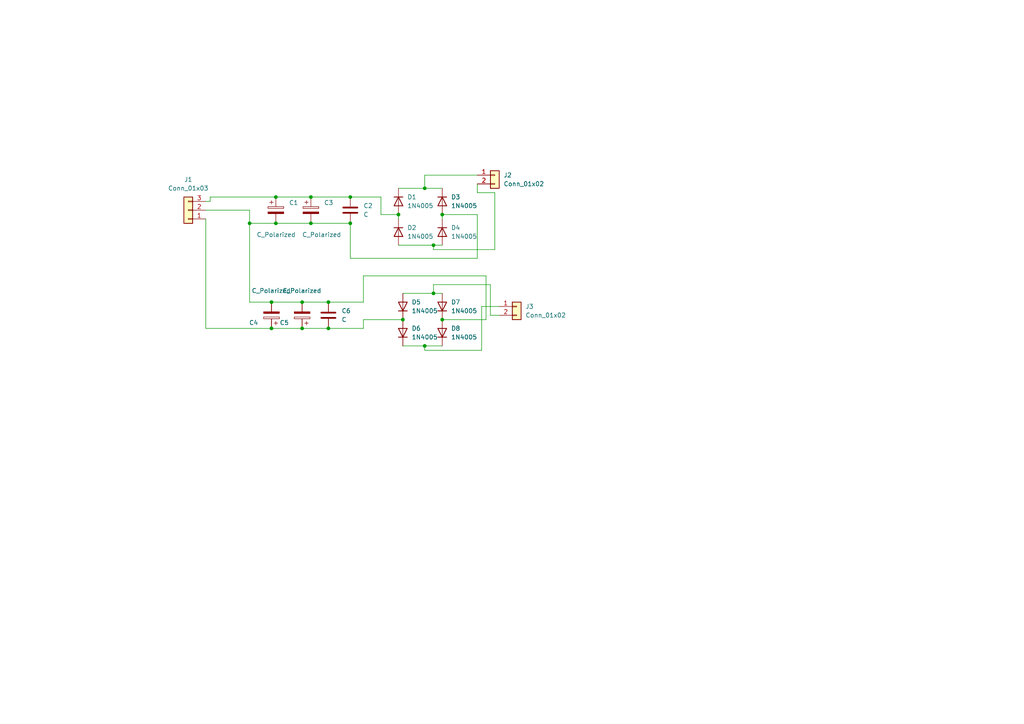
<source format=kicad_sch>
(kicad_sch (version 20231120) (generator "eeschema") (generator_version "8.0")
  (paper "A4")
  (lib_symbols
    (symbol "Connector_Generic:Conn_01x02" (pin_names (offset 1.016) hide)
      (property "Reference" "J" (at 0 2.54 0))
      (property "Value" "Conn_01x02" (at 0 -5.08 0))
      (symbol "Conn_01x02_1_1"
        (rectangle (start -1.27 -2.413) (end 0 -2.667) (stroke (width 0.1524)))
        (rectangle (start -1.27 0.127) (end 0 -0.127) (stroke (width 0.1524)))
        (rectangle (start -1.27 1.27) (end 1.27 -3.81) (stroke (width 0.254)) (fill (type background)))
        (pin passive line (at -5.08 0 0) (length 3.81) (name "Pin_1") (number "1"))
        (pin passive line (at -5.08 -2.54 0) (length 3.81) (name "Pin_2") (number "2"))
      )
    )
    (symbol "Connector_Generic:Conn_01x03" (pin_names (offset 1.016) hide)
      (property "Reference" "J" (at 0 5.08 0))
      (property "Value" "Conn_01x03" (at 0 -5.08 0))
      (symbol "Conn_01x03_1_1"
        (rectangle (start -1.27 -2.413) (end 0 -2.667) (stroke (width 0.1524)))
        (rectangle (start -1.27 0.127) (end 0 -0.127) (stroke (width 0.1524)))
        (rectangle (start -1.27 2.667) (end 0 2.413) (stroke (width 0.1524)))
        (rectangle (start -1.27 3.81) (end 1.27 -3.81) (stroke (width 0.254)) (fill (type background)))
        (pin passive line (at -5.08 2.54 0) (length 3.81) (name "Pin_1") (number "1"))
        (pin passive line (at -5.08 0 0) (length 3.81) (name "Pin_2") (number "2"))
        (pin passive line (at -5.08 -2.54 0) (length 3.81) (name "Pin_3") (number "3"))
      )
    )
    (symbol "Device:C" (pin_numbers hide) (pin_names (offset 0.254))
      (property "Reference" "C" (at 0.635 2.54 0))
      (property "Value" "C" (at 0.635 -2.54 0))
      (symbol "C_0_1"
        (polyline (pts (xy -2.032 -0.762) (xy 2.032 -0.762)) (stroke (width 0.508)))
        (polyline (pts (xy -2.032 0.762) (xy 2.032 0.762)) (stroke (width 0.508)))
      )
      (symbol "C_1_1"
        (pin passive line (at 0 3.81 270) (length 2.794) (name "~") (number "1"))
        (pin passive line (at 0 -3.81 90) (length 2.794) (name "~") (number "2"))
      )
    )
    (symbol "Device:C_Polarized" (pin_numbers hide) (pin_names (offset 0.254))
      (property "Reference" "C" (at 0.635 2.54 0))
      (property "Value" "C_Polarized" (at 0.635 -2.54 0))
      (symbol "C_Polarized_0_1"
        (rectangle (start -2.286 0.508) (end 2.286 1.016))
        (polyline (pts (xy -1.778 2.286) (xy -0.762 2.286)))
        (polyline (pts (xy -1.27 2.794) (xy -1.27 1.778)))
        (rectangle (start 2.286 -0.508) (end -2.286 -1.016) (fill (type outline)))
      )
      (symbol "C_Polarized_1_1"
        (pin passive line (at 0 3.81 270) (length 2.794) (name "~") (number "1"))
        (pin passive line (at 0 -3.81 90) (length 2.794) (name "~") (number "2"))
      )
    )
    (symbol "Diode:1N4005" (pin_numbers hide) (pin_names hide)
      (property "Reference" "D" (at 0 2.54 0))
      (property "Value" "1N4005" (at 0 -2.54 0))
      (symbol "1N4005_0_1"
        (polyline (pts (xy -1.27 1.27) (xy -1.27 -1.27)) (stroke (width 0.254)))
        (polyline (pts (xy 1.27 0) (xy -1.27 0)))
        (polyline (pts (xy 1.27 1.27) (xy 1.27 -1.27) (xy -1.27 0) (xy 1.27 1.27)) (stroke (width 0.254)))
      )
      (symbol "1N4005_1_1"
        (pin passive line (at -3.81 0 0) (length 2.54) (name "K") (number "1"))
        (pin passive line (at 3.81 0 180) (length 2.54) (name "A") (number "2"))
      )
    )
  )
  (junction (at 72.39 64.77))
  (junction (at 87.63 95.25))
  (junction (at 95.25 87.63))
  (junction (at 115.57 62.23))
  (junction (at 95.25 95.25))
  (junction (at 101.6 57.15))
  (junction (at 80.01 57.15))
  (junction (at 90.17 57.15))
  (junction (at 78.74 95.25))
  (junction (at 125.73 85.09))
  (junction (at 128.27 92.71))
  (junction (at 123.19 54.61))
  (junction (at 128.27 62.23))
  (junction (at 78.74 87.63))
  (junction (at 80.01 64.77))
  (junction (at 116.84 92.71))
  (junction (at 90.17 64.77))
  (junction (at 123.19 100.33))
  (junction (at 87.63 87.63))
  (junction (at 125.73 71.12))
  (junction (at 101.6 64.77))
  (wire (pts (xy 144.78 88.9) (xy 139.7 88.9)))
  (wire (pts (xy 72.39 64.77) (xy 80.01 64.77)))
  (wire (pts (xy 115.57 62.23) (xy 115.57 63.5)))
  (wire (pts (xy 101.6 64.77) (xy 101.6 74.93)))
  (wire (pts (xy 80.01 64.77) (xy 90.17 64.77)))
  (wire (pts (xy 142.24 82.55) (xy 142.24 91.44)))
  (wire (pts (xy 72.39 87.63) (xy 72.39 64.77)))
  (wire (pts (xy 90.17 57.15) (xy 101.6 57.15)))
  (wire (pts (xy 138.43 55.88) (xy 143.51 55.88)))
  (wire (pts (xy 125.73 71.12) (xy 128.27 71.12)))
  (wire (pts (xy 59.69 95.25) (xy 59.69 63.5)))
  (wire (pts (xy 128.27 62.23) (xy 128.27 63.5)))
  (wire (pts (xy 110.49 62.23) (xy 115.57 62.23)))
  (wire (pts (xy 143.51 72.39) (xy 125.73 72.39)))
  (wire (pts (xy 140.97 80.01) (xy 140.97 92.71)))
  (wire (pts (xy 105.41 95.25) (xy 95.25 95.25)))
  (wire (pts (xy 72.39 60.96) (xy 72.39 64.77)))
  (wire (pts (xy 123.19 50.8) (xy 138.43 50.8)))
  (wire (pts (xy 87.63 87.63) (xy 95.25 87.63)))
  (wire (pts (xy 90.17 64.77) (xy 101.6 64.77)))
  (wire (pts (xy 105.41 92.71) (xy 105.41 95.25)))
  (wire (pts (xy 95.25 87.63) (xy 105.41 87.63)))
  (wire (pts (xy 138.43 53.34) (xy 138.43 55.88)))
  (wire (pts (xy 116.84 92.71) (xy 105.41 92.71)))
  (wire (pts (xy 87.63 95.25) (xy 95.25 95.25)))
  (wire (pts (xy 105.41 80.01) (xy 140.97 80.01)))
  (wire (pts (xy 110.49 57.15) (xy 110.49 62.23)))
  (wire (pts (xy 60.96 57.15) (xy 80.01 57.15)))
  (wire (pts (xy 123.19 100.33) (xy 128.27 100.33)))
  (wire (pts (xy 116.84 100.33) (xy 123.19 100.33)))
  (wire (pts (xy 140.97 92.71) (xy 128.27 92.71)))
  (wire (pts (xy 139.7 101.6) (xy 123.19 101.6)))
  (wire (pts (xy 101.6 57.15) (xy 110.49 57.15)))
  (wire (pts (xy 59.69 60.96) (xy 72.39 60.96)))
  (wire (pts (xy 139.7 88.9) (xy 139.7 101.6)))
  (wire (pts (xy 123.19 50.8) (xy 123.19 54.61)))
  (wire (pts (xy 80.01 57.15) (xy 90.17 57.15)))
  (wire (pts (xy 101.6 74.93) (xy 138.43 74.93)))
  (wire (pts (xy 78.74 95.25) (xy 87.63 95.25)))
  (wire (pts (xy 115.57 71.12) (xy 125.73 71.12)))
  (wire (pts (xy 105.41 87.63) (xy 105.41 80.01)))
  (wire (pts (xy 142.24 82.55) (xy 125.73 82.55)))
  (wire (pts (xy 143.51 55.88) (xy 143.51 72.39)))
  (wire (pts (xy 59.69 58.42) (xy 60.96 58.42)))
  (wire (pts (xy 123.19 54.61) (xy 128.27 54.61)))
  (wire (pts (xy 78.74 87.63) (xy 87.63 87.63)))
  (wire (pts (xy 144.78 91.44) (xy 142.24 91.44)))
  (wire (pts (xy 78.74 95.25) (xy 59.69 95.25)))
  (wire (pts (xy 116.84 85.09) (xy 125.73 85.09)))
  (wire (pts (xy 78.74 87.63) (xy 72.39 87.63)))
  (wire (pts (xy 138.43 62.23) (xy 128.27 62.23)))
  (wire (pts (xy 125.73 72.39) (xy 125.73 71.12)))
  (wire (pts (xy 115.57 54.61) (xy 123.19 54.61)))
  (wire (pts (xy 125.73 85.09) (xy 128.27 85.09)))
  (wire (pts (xy 125.73 82.55) (xy 125.73 85.09)))
  (wire (pts (xy 123.19 101.6) (xy 123.19 100.33)))
  (wire (pts (xy 138.43 74.93) (xy 138.43 62.23)))
  (wire (pts (xy 60.96 58.42) (xy 60.96 57.15)))
  (symbol (lib_id "Diode:1N4005") (at 116.84 96.52 90) (unit 1)
    (property "Reference" "D6" (at 119.38 95.2499 90) (effects (justify right)))
    (property "Value" "1N4005" (at 119.38 97.7899 90) (effects (justify right)))
    (property "Footprint" "Diode_THT:D_DO-41_SOD81_P10.16mm_Horizontal" (effects (hide yes)))
    (property "Datasheet" "http://www.vishay.com/docs/88503/1n4001.pdf" (effects (hide yes)))
    (property "Description" "600V 1A General Purpose Rectifier Diode, DO-41" (effects (hide yes)))
    (property "Sim.Device" "D" (effects (hide yes)))
    (property "Sim.Pins" "1=K 2=A" (effects (hide yes)))
  )
  (symbol (lib_id "Device:C") (at 95.25 91.44 0) (unit 1)
    (property "Reference" "C6" (at 99.06 90.1699 0) (effects (justify left)))
    (property "Value" "C" (at 99.06 92.7099 0) (effects (justify left)))
    (property "Description" "Unpolarized capacitor" (effects (hide yes)))
  )
  (symbol (lib_id "Diode:1N4005") (at 128.27 58.42 270) (unit 1)
    (property "Reference" "D3" (at 130.81 57.1499 90) (effects (justify left)))
    (property "Value" "1N4005" (at 130.81 59.6899 90) (effects (justify left)))
    (property "Footprint" "Diode_THT:D_DO-41_SOD81_P10.16mm_Horizontal" (effects (hide yes)))
    (property "Datasheet" "http://www.vishay.com/docs/88503/1n4001.pdf" (effects (hide yes)))
    (property "Description" "600V 1A General Purpose Rectifier Diode, DO-41" (effects (hide yes)))
    (property "Sim.Device" "D" (effects (hide yes)))
    (property "Sim.Pins" "1=K 2=A" (effects (hide yes)))
  )
  (symbol (lib_id "Diode:1N4005") (at 115.57 67.31 270) (unit 1)
    (property "Reference" "D2" (at 118.11 66.0399 90) (effects (justify left)))
    (property "Value" "1N4005" (at 118.11 68.5799 90) (effects (justify left)))
    (property "Footprint" "Diode_THT:D_DO-41_SOD81_P10.16mm_Horizontal" (effects (hide yes)))
    (property "Datasheet" "http://www.vishay.com/docs/88503/1n4001.pdf" (effects (hide yes)))
    (property "Description" "600V 1A General Purpose Rectifier Diode, DO-41" (effects (hide yes)))
    (property "Sim.Device" "D" (effects (hide yes)))
    (property "Sim.Pins" "1=K 2=A" (effects (hide yes)))
  )
  (symbol (lib_id "Device:C_Polarized") (at 90.17 60.96 0) (unit 1)
    (property "Reference" "C3" (at 93.98 58.8009 0) (effects (justify left)))
    (property "Value" "C_Polarized" (at 87.63 68.072 0) (effects (justify left)))
    (property "Description" "Polarized capacitor" (effects (hide yes)))
  )
  (symbol (lib_id "Device:C_Polarized") (at 78.74 91.44 180) (unit 1)
    (property "Reference" "C4" (at 74.93 93.5991 0) (effects (justify left)))
    (property "Value" "C_Polarized" (at 84.328 84.328 0) (effects (justify left)))
    (property "Description" "Polarized capacitor" (effects (hide yes)))
  )
  (symbol (lib_id "Diode:1N4005") (at 116.84 88.9 90) (unit 1)
    (property "Reference" "D5" (at 119.38 87.6299 90) (effects (justify right)))
    (property "Value" "1N4005" (at 119.38 90.1699 90) (effects (justify right)))
    (property "Footprint" "Diode_THT:D_DO-41_SOD81_P10.16mm_Horizontal" (effects (hide yes)))
    (property "Datasheet" "http://www.vishay.com/docs/88503/1n4001.pdf" (effects (hide yes)))
    (property "Description" "600V 1A General Purpose Rectifier Diode, DO-41" (effects (hide yes)))
    (property "Sim.Device" "D" (effects (hide yes)))
    (property "Sim.Pins" "1=K 2=A" (effects (hide yes)))
  )
  (symbol (lib_id "Device:C_Polarized") (at 80.01 60.96 0) (unit 1)
    (property "Reference" "C1" (at 83.82 58.8009 0) (effects (justify left)))
    (property "Value" "C_Polarized" (at 74.422 68.072 0) (effects (justify left)))
    (property "Description" "Polarized capacitor" (effects (hide yes)))
  )
  (symbol (lib_id "Connector_Generic:Conn_01x03") (at 54.61 60.96 180) (unit 1)
    (property "Reference" "J1" (at 54.61 52.07 0))
    (property "Value" "Conn_01x03" (at 54.61 54.61 0))
    (property "Description" "Generic connector, single row, 01x03, script generated (kicad-library-utils/schlib/autogen/connector/)" (effects (hide yes)))
  )
  (symbol (lib_id "Device:C_Polarized") (at 87.63 91.44 180) (unit 1)
    (property "Reference" "C5" (at 83.82 93.5991 0) (effects (justify left)))
    (property "Value" "C_Polarized" (at 93.218 84.328 0) (effects (justify left)))
    (property "Description" "Polarized capacitor" (effects (hide yes)))
  )
  (symbol (lib_id "Diode:1N4005") (at 128.27 88.9 90) (unit 1)
    (property "Reference" "D7" (at 130.81 87.6299 90) (effects (justify right)))
    (property "Value" "1N4005" (at 130.81 90.1699 90) (effects (justify right)))
    (property "Footprint" "Diode_THT:D_DO-41_SOD81_P10.16mm_Horizontal" (effects (hide yes)))
    (property "Datasheet" "http://www.vishay.com/docs/88503/1n4001.pdf" (effects (hide yes)))
    (property "Description" "600V 1A General Purpose Rectifier Diode, DO-41" (effects (hide yes)))
    (property "Sim.Device" "D" (effects (hide yes)))
    (property "Sim.Pins" "1=K 2=A" (effects (hide yes)))
  )
  (symbol (lib_id "Diode:1N4005") (at 128.27 67.31 270) (unit 1)
    (property "Reference" "D4" (at 130.81 66.0399 90) (effects (justify left)))
    (property "Value" "1N4005" (at 130.81 68.5799 90) (effects (justify left)))
    (property "Footprint" "Diode_THT:D_DO-41_SOD81_P10.16mm_Horizontal" (effects (hide yes)))
    (property "Datasheet" "http://www.vishay.com/docs/88503/1n4001.pdf" (effects (hide yes)))
    (property "Description" "600V 1A General Purpose Rectifier Diode, DO-41" (effects (hide yes)))
    (property "Sim.Device" "D" (effects (hide yes)))
    (property "Sim.Pins" "1=K 2=A" (effects (hide yes)))
  )
  (symbol (lib_id "Connector_Generic:Conn_01x02") (at 143.51 50.8 0) (unit 1)
    (property "Reference" "J2" (at 146.05 50.7999 0) (effects (justify left)))
    (property "Value" "Conn_01x02" (at 146.05 53.3399 0) (effects (justify left)))
    (property "Description" "Generic connector, single row, 01x02, script generated (kicad-library-utils/schlib/autogen/connector/)" (effects (hide yes)))
  )
  (symbol (lib_id "Diode:1N4005") (at 128.27 96.52 90) (unit 1)
    (property "Reference" "D8" (at 130.81 95.2499 90) (effects (justify right)))
    (property "Value" "1N4005" (at 130.81 97.7899 90) (effects (justify right)))
    (property "Footprint" "Diode_THT:D_DO-41_SOD81_P10.16mm_Horizontal" (effects (hide yes)))
    (property "Datasheet" "http://www.vishay.com/docs/88503/1n4001.pdf" (effects (hide yes)))
    (property "Description" "600V 1A General Purpose Rectifier Diode, DO-41" (effects (hide yes)))
    (property "Sim.Device" "D" (effects (hide yes)))
    (property "Sim.Pins" "1=K 2=A" (effects (hide yes)))
  )
  (symbol (lib_id "Connector_Generic:Conn_01x02") (at 149.86 88.9 0) (unit 1)
    (property "Reference" "J3" (at 152.4 88.8999 0) (effects (justify left)))
    (property "Value" "Conn_01x02" (at 152.4 91.4399 0) (effects (justify left)))
    (property "Description" "Generic connector, single row, 01x02, script generated (kicad-library-utils/schlib/autogen/connector/)" (effects (hide yes)))
  )
  (symbol (lib_id "Diode:1N4005") (at 115.57 58.42 270) (unit 1)
    (property "Reference" "D1" (at 118.11 57.1499 90) (effects (justify left)))
    (property "Value" "1N4005" (at 118.11 59.6899 90) (effects (justify left)))
    (property "Footprint" "Diode_THT:D_DO-41_SOD81_P10.16mm_Horizontal" (effects (hide yes)))
    (property "Datasheet" "http://www.vishay.com/docs/88503/1n4001.pdf" (effects (hide yes)))
    (property "Description" "600V 1A General Purpose Rectifier Diode, DO-41" (effects (hide yes)))
    (property "Sim.Device" "D" (effects (hide yes)))
    (property "Sim.Pins" "1=K 2=A" (effects (hide yes)))
  )
  (symbol (lib_id "Device:C") (at 101.6 60.96 0) (unit 1)
    (property "Reference" "C2" (at 105.41 59.6899 0) (effects (justify left)))
    (property "Value" "C" (at 105.41 62.2299 0) (effects (justify left)))
    (property "Description" "Unpolarized capacitor" (effects (hide yes)))
  )
)
</source>
